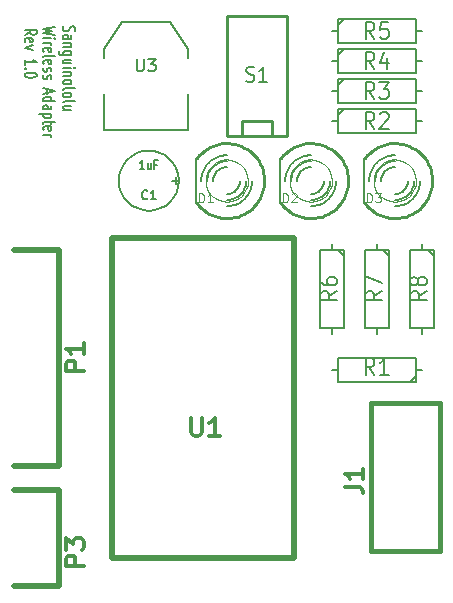
<source format=gto>
G04 (created by PCBNEW-RS274X (2011-nov-30)-testing) date Fri 09 Dec 2011 12:36:33 PM CST*
G01*
G70*
G90*
%MOIN*%
G04 Gerber Fmt 3.4, Leading zero omitted, Abs format*
%FSLAX34Y34*%
G04 APERTURE LIST*
%ADD10C,0.006000*%
%ADD11C,0.008000*%
%ADD12C,0.003000*%
%ADD13C,0.010000*%
%ADD14C,0.005000*%
%ADD15C,0.019700*%
%ADD16C,0.020000*%
%ADD17C,0.015000*%
%ADD18C,0.003500*%
%ADD19C,0.007500*%
%ADD20C,0.012000*%
G04 APERTURE END LIST*
G54D10*
X00558Y-01438D02*
X00749Y-01338D01*
X00558Y-01266D02*
X00958Y-01266D01*
X00958Y-01381D01*
X00939Y-01409D01*
X00920Y-01424D01*
X00882Y-01438D01*
X00825Y-01438D01*
X00787Y-01424D01*
X00768Y-01409D01*
X00749Y-01381D01*
X00749Y-01266D01*
X00577Y-01681D02*
X00558Y-01652D01*
X00558Y-01595D01*
X00577Y-01566D01*
X00615Y-01552D01*
X00768Y-01552D01*
X00806Y-01566D01*
X00825Y-01595D01*
X00825Y-01652D01*
X00806Y-01681D01*
X00768Y-01695D01*
X00730Y-01695D01*
X00691Y-01552D01*
X00825Y-01795D02*
X00558Y-01866D01*
X00825Y-01938D01*
X00558Y-02439D02*
X00558Y-02267D01*
X00558Y-02353D02*
X00958Y-02353D01*
X00901Y-02324D01*
X00863Y-02296D01*
X00844Y-02267D01*
X00596Y-02567D02*
X00577Y-02582D01*
X00558Y-02567D01*
X00577Y-02553D01*
X00596Y-02567D01*
X00558Y-02567D01*
X00958Y-02768D02*
X00958Y-02796D01*
X00939Y-02825D01*
X00920Y-02839D01*
X00882Y-02853D01*
X00806Y-02868D01*
X00710Y-02868D01*
X00634Y-02853D01*
X00596Y-02839D01*
X00577Y-02825D01*
X00558Y-02796D01*
X00558Y-02768D01*
X00577Y-02739D01*
X00596Y-02725D01*
X00634Y-02710D01*
X00710Y-02696D01*
X00806Y-02696D01*
X00882Y-02710D01*
X00920Y-02725D01*
X00939Y-02739D01*
X00958Y-02768D01*
X01588Y-01182D02*
X01188Y-01253D01*
X01474Y-01310D01*
X01188Y-01368D01*
X01588Y-01439D01*
X01188Y-01553D02*
X01455Y-01553D01*
X01588Y-01553D02*
X01569Y-01539D01*
X01550Y-01553D01*
X01569Y-01568D01*
X01588Y-01553D01*
X01550Y-01553D01*
X01188Y-01696D02*
X01455Y-01696D01*
X01379Y-01696D02*
X01417Y-01711D01*
X01436Y-01725D01*
X01455Y-01754D01*
X01455Y-01782D01*
X01207Y-01997D02*
X01188Y-01968D01*
X01188Y-01911D01*
X01207Y-01882D01*
X01245Y-01868D01*
X01398Y-01868D01*
X01436Y-01882D01*
X01455Y-01911D01*
X01455Y-01968D01*
X01436Y-01997D01*
X01398Y-02011D01*
X01360Y-02011D01*
X01321Y-01868D01*
X01188Y-02182D02*
X01207Y-02154D01*
X01245Y-02139D01*
X01588Y-02139D01*
X01207Y-02411D02*
X01188Y-02382D01*
X01188Y-02325D01*
X01207Y-02296D01*
X01245Y-02282D01*
X01398Y-02282D01*
X01436Y-02296D01*
X01455Y-02325D01*
X01455Y-02382D01*
X01436Y-02411D01*
X01398Y-02425D01*
X01360Y-02425D01*
X01321Y-02282D01*
X01207Y-02539D02*
X01188Y-02568D01*
X01188Y-02625D01*
X01207Y-02653D01*
X01245Y-02668D01*
X01264Y-02668D01*
X01302Y-02653D01*
X01321Y-02625D01*
X01321Y-02582D01*
X01340Y-02553D01*
X01379Y-02539D01*
X01398Y-02539D01*
X01436Y-02553D01*
X01455Y-02582D01*
X01455Y-02625D01*
X01436Y-02653D01*
X01207Y-02782D02*
X01188Y-02811D01*
X01188Y-02868D01*
X01207Y-02896D01*
X01245Y-02911D01*
X01264Y-02911D01*
X01302Y-02896D01*
X01321Y-02868D01*
X01321Y-02825D01*
X01340Y-02796D01*
X01379Y-02782D01*
X01398Y-02782D01*
X01436Y-02796D01*
X01455Y-02825D01*
X01455Y-02868D01*
X01436Y-02896D01*
X01302Y-03254D02*
X01302Y-03397D01*
X01188Y-03226D02*
X01588Y-03326D01*
X01188Y-03426D01*
X01188Y-03654D02*
X01588Y-03654D01*
X01207Y-03654D02*
X01188Y-03625D01*
X01188Y-03568D01*
X01207Y-03540D01*
X01226Y-03525D01*
X01264Y-03511D01*
X01379Y-03511D01*
X01417Y-03525D01*
X01436Y-03540D01*
X01455Y-03568D01*
X01455Y-03625D01*
X01436Y-03654D01*
X01188Y-03925D02*
X01398Y-03925D01*
X01436Y-03911D01*
X01455Y-03882D01*
X01455Y-03825D01*
X01436Y-03796D01*
X01207Y-03925D02*
X01188Y-03896D01*
X01188Y-03825D01*
X01207Y-03796D01*
X01245Y-03782D01*
X01283Y-03782D01*
X01321Y-03796D01*
X01340Y-03825D01*
X01340Y-03896D01*
X01360Y-03925D01*
X01455Y-04067D02*
X01055Y-04067D01*
X01436Y-04067D02*
X01455Y-04096D01*
X01455Y-04153D01*
X01436Y-04182D01*
X01417Y-04196D01*
X01379Y-04210D01*
X01264Y-04210D01*
X01226Y-04196D01*
X01207Y-04182D01*
X01188Y-04153D01*
X01188Y-04096D01*
X01207Y-04067D01*
X01455Y-04296D02*
X01455Y-04410D01*
X01588Y-04338D02*
X01245Y-04338D01*
X01207Y-04353D01*
X01188Y-04381D01*
X01188Y-04410D01*
X01207Y-04624D02*
X01188Y-04595D01*
X01188Y-04538D01*
X01207Y-04509D01*
X01245Y-04495D01*
X01398Y-04495D01*
X01436Y-04509D01*
X01455Y-04538D01*
X01455Y-04595D01*
X01436Y-04624D01*
X01398Y-04638D01*
X01360Y-04638D01*
X01321Y-04495D01*
X01188Y-04766D02*
X01455Y-04766D01*
X01379Y-04766D02*
X01417Y-04781D01*
X01436Y-04795D01*
X01455Y-04824D01*
X01455Y-04852D01*
X01867Y-01152D02*
X01848Y-01195D01*
X01848Y-01266D01*
X01867Y-01295D01*
X01886Y-01309D01*
X01924Y-01324D01*
X01962Y-01324D01*
X02000Y-01309D01*
X02020Y-01295D01*
X02039Y-01266D01*
X02058Y-01209D01*
X02077Y-01181D01*
X02096Y-01166D01*
X02134Y-01152D01*
X02172Y-01152D01*
X02210Y-01166D01*
X02229Y-01181D01*
X02248Y-01209D01*
X02248Y-01281D01*
X02229Y-01324D01*
X01848Y-01581D02*
X02058Y-01581D01*
X02096Y-01567D01*
X02115Y-01538D01*
X02115Y-01481D01*
X02096Y-01452D01*
X01867Y-01581D02*
X01848Y-01552D01*
X01848Y-01481D01*
X01867Y-01452D01*
X01905Y-01438D01*
X01943Y-01438D01*
X01981Y-01452D01*
X02000Y-01481D01*
X02000Y-01552D01*
X02020Y-01581D01*
X02115Y-01723D02*
X01848Y-01723D01*
X02077Y-01723D02*
X02096Y-01738D01*
X02115Y-01766D01*
X02115Y-01809D01*
X02096Y-01838D01*
X02058Y-01852D01*
X01848Y-01852D01*
X02115Y-02123D02*
X01791Y-02123D01*
X01753Y-02109D01*
X01734Y-02094D01*
X01715Y-02066D01*
X01715Y-02023D01*
X01734Y-01994D01*
X01867Y-02123D02*
X01848Y-02094D01*
X01848Y-02037D01*
X01867Y-02009D01*
X01886Y-01994D01*
X01924Y-01980D01*
X02039Y-01980D01*
X02077Y-01994D01*
X02096Y-02009D01*
X02115Y-02037D01*
X02115Y-02094D01*
X02096Y-02123D01*
X02115Y-02394D02*
X01848Y-02394D01*
X02115Y-02265D02*
X01905Y-02265D01*
X01867Y-02280D01*
X01848Y-02308D01*
X01848Y-02351D01*
X01867Y-02380D01*
X01886Y-02394D01*
X01848Y-02536D02*
X02115Y-02536D01*
X02248Y-02536D02*
X02229Y-02522D01*
X02210Y-02536D01*
X02229Y-02551D01*
X02248Y-02536D01*
X02210Y-02536D01*
X02115Y-02679D02*
X01848Y-02679D01*
X02077Y-02679D02*
X02096Y-02694D01*
X02115Y-02722D01*
X02115Y-02765D01*
X02096Y-02794D01*
X02058Y-02808D01*
X01848Y-02808D01*
X01848Y-02993D02*
X01867Y-02965D01*
X01886Y-02950D01*
X01924Y-02936D01*
X02039Y-02936D01*
X02077Y-02950D01*
X02096Y-02965D01*
X02115Y-02993D01*
X02115Y-03036D01*
X02096Y-03065D01*
X02077Y-03079D01*
X02039Y-03093D01*
X01924Y-03093D01*
X01886Y-03079D01*
X01867Y-03065D01*
X01848Y-03036D01*
X01848Y-02993D01*
X01848Y-03264D02*
X01867Y-03236D01*
X01905Y-03221D01*
X02248Y-03221D01*
X01848Y-03421D02*
X01867Y-03393D01*
X01886Y-03378D01*
X01924Y-03364D01*
X02039Y-03364D01*
X02077Y-03378D01*
X02096Y-03393D01*
X02115Y-03421D01*
X02115Y-03464D01*
X02096Y-03493D01*
X02077Y-03507D01*
X02039Y-03521D01*
X01924Y-03521D01*
X01886Y-03507D01*
X01867Y-03493D01*
X01848Y-03464D01*
X01848Y-03421D01*
X01848Y-03692D02*
X01867Y-03664D01*
X01905Y-03649D01*
X02248Y-03649D01*
X02115Y-03935D02*
X01848Y-03935D01*
X02115Y-03806D02*
X01905Y-03806D01*
X01867Y-03821D01*
X01848Y-03849D01*
X01848Y-03892D01*
X01867Y-03921D01*
X01886Y-03935D01*
G54D11*
X10800Y-01300D02*
X11000Y-01300D01*
X13800Y-01300D02*
X13600Y-01300D01*
X13600Y-01300D02*
X13600Y-00900D01*
X13600Y-00900D02*
X11000Y-00900D01*
X11000Y-00900D02*
X11000Y-01700D01*
X11000Y-01700D02*
X13600Y-01700D01*
X13600Y-01700D02*
X13600Y-01300D01*
X11000Y-01100D02*
X11200Y-00900D01*
X03200Y-03400D02*
X03200Y-04600D01*
X03200Y-04600D02*
X06000Y-04600D01*
X06000Y-04600D02*
X06000Y-03400D01*
X03200Y-02200D02*
X03200Y-01900D01*
X03200Y-01900D02*
X03800Y-01000D01*
X03800Y-01000D02*
X05400Y-01000D01*
X05400Y-01000D02*
X06000Y-01900D01*
X06000Y-01900D02*
X06000Y-02200D01*
X10800Y-04300D02*
X11000Y-04300D01*
X13800Y-04300D02*
X13600Y-04300D01*
X13600Y-04300D02*
X13600Y-03900D01*
X13600Y-03900D02*
X11000Y-03900D01*
X11000Y-03900D02*
X11000Y-04700D01*
X11000Y-04700D02*
X13600Y-04700D01*
X13600Y-04700D02*
X13600Y-04300D01*
X11000Y-04100D02*
X11200Y-03900D01*
X13800Y-08400D02*
X13800Y-08600D01*
X13800Y-11400D02*
X13800Y-11200D01*
X13800Y-11200D02*
X14200Y-11200D01*
X14200Y-11200D02*
X14200Y-08600D01*
X14200Y-08600D02*
X13400Y-08600D01*
X13400Y-08600D02*
X13400Y-11200D01*
X13400Y-11200D02*
X13800Y-11200D01*
X14000Y-08600D02*
X14200Y-08800D01*
X12300Y-08400D02*
X12300Y-08600D01*
X12300Y-11400D02*
X12300Y-11200D01*
X12300Y-11200D02*
X12700Y-11200D01*
X12700Y-11200D02*
X12700Y-08600D01*
X12700Y-08600D02*
X11900Y-08600D01*
X11900Y-08600D02*
X11900Y-11200D01*
X11900Y-11200D02*
X12300Y-11200D01*
X12500Y-08600D02*
X12700Y-08800D01*
X10800Y-08400D02*
X10800Y-08600D01*
X10800Y-11400D02*
X10800Y-11200D01*
X10800Y-11200D02*
X11200Y-11200D01*
X11200Y-11200D02*
X11200Y-08600D01*
X11200Y-08600D02*
X10400Y-08600D01*
X10400Y-08600D02*
X10400Y-11200D01*
X10400Y-11200D02*
X10800Y-11200D01*
X11000Y-08600D02*
X11200Y-08800D01*
X10800Y-02300D02*
X11000Y-02300D01*
X13800Y-02300D02*
X13600Y-02300D01*
X13600Y-02300D02*
X13600Y-01900D01*
X13600Y-01900D02*
X11000Y-01900D01*
X11000Y-01900D02*
X11000Y-02700D01*
X11000Y-02700D02*
X13600Y-02700D01*
X13600Y-02700D02*
X13600Y-02300D01*
X11000Y-02100D02*
X11200Y-01900D01*
X10800Y-03300D02*
X11000Y-03300D01*
X13800Y-03300D02*
X13600Y-03300D01*
X13600Y-03300D02*
X13600Y-02900D01*
X13600Y-02900D02*
X11000Y-02900D01*
X11000Y-02900D02*
X11000Y-03700D01*
X11000Y-03700D02*
X13600Y-03700D01*
X13600Y-03700D02*
X13600Y-03300D01*
X11000Y-03100D02*
X11200Y-02900D01*
X13800Y-12600D02*
X13600Y-12600D01*
X10800Y-12600D02*
X11000Y-12600D01*
X11000Y-12600D02*
X11000Y-13000D01*
X11000Y-13000D02*
X13600Y-13000D01*
X13600Y-13000D02*
X13600Y-12200D01*
X13600Y-12200D02*
X11000Y-12200D01*
X11000Y-12200D02*
X11000Y-12600D01*
X13600Y-12800D02*
X13400Y-13000D01*
X11880Y-05550D02*
X11880Y-07050D01*
G54D12*
X13607Y-06300D02*
X13593Y-06437D01*
X13553Y-06569D01*
X13488Y-06691D01*
X13401Y-06798D01*
X13295Y-06886D01*
X13173Y-06951D01*
X13042Y-06992D01*
X12904Y-07006D01*
X12768Y-06994D01*
X12636Y-06955D01*
X12513Y-06891D01*
X12406Y-06805D01*
X12317Y-06699D01*
X12251Y-06578D01*
X12209Y-06446D01*
X12194Y-06309D01*
X12205Y-06173D01*
X12243Y-06040D01*
X12306Y-05918D01*
X12392Y-05809D01*
X12497Y-05720D01*
X12617Y-05653D01*
X12749Y-05610D01*
X12886Y-05594D01*
X13022Y-05604D01*
X13155Y-05641D01*
X13278Y-05704D01*
X13387Y-05789D01*
X13477Y-05893D01*
X13545Y-06013D01*
X13589Y-06144D01*
X13606Y-06281D01*
X13607Y-06300D01*
G54D13*
X11901Y-07050D02*
X11970Y-07134D01*
X12046Y-07212D01*
X12129Y-07283D01*
X12218Y-07347D01*
X12312Y-07402D01*
X12410Y-07449D01*
X12512Y-07488D01*
X12617Y-07517D01*
X12724Y-07537D01*
X12833Y-07548D01*
X12941Y-07549D01*
X13050Y-07540D01*
X13157Y-07523D01*
X13263Y-07496D01*
X13366Y-07459D01*
X13465Y-07414D01*
X13560Y-07361D01*
X13650Y-07299D01*
X13734Y-07230D01*
X13812Y-07154D01*
X13883Y-07071D01*
X13947Y-06982D01*
X14002Y-06888D01*
X14049Y-06790D01*
X14088Y-06688D01*
X14117Y-06583D01*
X14137Y-06476D01*
X14148Y-06367D01*
X14149Y-06259D01*
X14140Y-06150D01*
X14123Y-06043D01*
X14096Y-05937D01*
X14059Y-05834D01*
X14014Y-05735D01*
X13961Y-05640D01*
X13899Y-05550D01*
X13830Y-05466D01*
X13754Y-05388D01*
X13671Y-05317D01*
X13582Y-05253D01*
X13488Y-05198D01*
X13390Y-05151D01*
X13288Y-05112D01*
X13183Y-05083D01*
X13076Y-05063D01*
X12967Y-05052D01*
X12859Y-05051D01*
X12750Y-05060D01*
X12643Y-05077D01*
X12537Y-05104D01*
X12434Y-05141D01*
X12335Y-05186D01*
X12240Y-05239D01*
X12150Y-05301D01*
X12066Y-05370D01*
X11988Y-05446D01*
X11917Y-05529D01*
X11901Y-05550D01*
G54D10*
X12900Y-06750D02*
X12939Y-06748D01*
X12978Y-06743D01*
X13016Y-06734D01*
X13053Y-06722D01*
X13090Y-06707D01*
X13125Y-06689D01*
X13158Y-06668D01*
X13189Y-06644D01*
X13218Y-06618D01*
X13244Y-06589D01*
X13268Y-06558D01*
X13289Y-06524D01*
X13307Y-06490D01*
X13322Y-06453D01*
X13334Y-06416D01*
X13343Y-06378D01*
X13348Y-06339D01*
X13350Y-06300D01*
X12900Y-05850D02*
X12861Y-05852D01*
X12822Y-05857D01*
X12784Y-05866D01*
X12747Y-05878D01*
X12710Y-05893D01*
X12676Y-05911D01*
X12642Y-05932D01*
X12611Y-05956D01*
X12582Y-05982D01*
X12556Y-06011D01*
X12532Y-06042D01*
X12511Y-06076D01*
X12493Y-06110D01*
X12478Y-06147D01*
X12466Y-06184D01*
X12457Y-06222D01*
X12452Y-06261D01*
X12450Y-06300D01*
X12900Y-06950D02*
X12956Y-06947D01*
X13012Y-06940D01*
X13068Y-06927D01*
X13122Y-06910D01*
X13174Y-06889D01*
X13225Y-06862D01*
X13272Y-06832D01*
X13317Y-06797D01*
X13359Y-06759D01*
X13397Y-06717D01*
X13432Y-06672D01*
X13462Y-06624D01*
X13489Y-06574D01*
X13510Y-06522D01*
X13527Y-06468D01*
X13540Y-06412D01*
X13547Y-06356D01*
X13550Y-06300D01*
X12900Y-05650D02*
X12844Y-05653D01*
X12788Y-05660D01*
X12732Y-05673D01*
X12678Y-05690D01*
X12626Y-05711D01*
X12576Y-05738D01*
X12528Y-05768D01*
X12483Y-05803D01*
X12441Y-05841D01*
X12403Y-05883D01*
X12368Y-05928D01*
X12338Y-05976D01*
X12311Y-06026D01*
X12290Y-06078D01*
X12273Y-06132D01*
X12260Y-06188D01*
X12253Y-06244D01*
X12250Y-06300D01*
X12900Y-07150D02*
X12974Y-07146D01*
X13047Y-07137D01*
X13119Y-07121D01*
X13190Y-07098D01*
X13259Y-07070D01*
X13325Y-07036D01*
X13387Y-06996D01*
X13446Y-06951D01*
X13501Y-06901D01*
X13551Y-06846D01*
X13596Y-06787D01*
X13636Y-06724D01*
X13670Y-06659D01*
X13698Y-06590D01*
X13721Y-06519D01*
X13737Y-06447D01*
X13746Y-06374D01*
X13750Y-06300D01*
X12900Y-05450D02*
X12826Y-05454D01*
X12753Y-05463D01*
X12681Y-05479D01*
X12610Y-05502D01*
X12541Y-05530D01*
X12476Y-05564D01*
X12413Y-05604D01*
X12354Y-05649D01*
X12299Y-05699D01*
X12249Y-05754D01*
X12204Y-05813D01*
X12164Y-05876D01*
X12130Y-05941D01*
X12102Y-06010D01*
X12079Y-06081D01*
X12063Y-06153D01*
X12054Y-06226D01*
X12050Y-06300D01*
G54D11*
X09080Y-05550D02*
X09080Y-07050D01*
G54D12*
X10807Y-06300D02*
X10793Y-06437D01*
X10753Y-06569D01*
X10688Y-06691D01*
X10601Y-06798D01*
X10495Y-06886D01*
X10373Y-06951D01*
X10242Y-06992D01*
X10104Y-07006D01*
X09968Y-06994D01*
X09836Y-06955D01*
X09713Y-06891D01*
X09606Y-06805D01*
X09517Y-06699D01*
X09451Y-06578D01*
X09409Y-06446D01*
X09394Y-06309D01*
X09405Y-06173D01*
X09443Y-06040D01*
X09506Y-05918D01*
X09592Y-05809D01*
X09697Y-05720D01*
X09817Y-05653D01*
X09949Y-05610D01*
X10086Y-05594D01*
X10222Y-05604D01*
X10355Y-05641D01*
X10478Y-05704D01*
X10587Y-05789D01*
X10677Y-05893D01*
X10745Y-06013D01*
X10789Y-06144D01*
X10806Y-06281D01*
X10807Y-06300D01*
G54D13*
X09101Y-07050D02*
X09170Y-07134D01*
X09246Y-07212D01*
X09329Y-07283D01*
X09418Y-07347D01*
X09512Y-07402D01*
X09610Y-07449D01*
X09712Y-07488D01*
X09817Y-07517D01*
X09924Y-07537D01*
X10033Y-07548D01*
X10141Y-07549D01*
X10250Y-07540D01*
X10357Y-07523D01*
X10463Y-07496D01*
X10566Y-07459D01*
X10665Y-07414D01*
X10760Y-07361D01*
X10850Y-07299D01*
X10934Y-07230D01*
X11012Y-07154D01*
X11083Y-07071D01*
X11147Y-06982D01*
X11202Y-06888D01*
X11249Y-06790D01*
X11288Y-06688D01*
X11317Y-06583D01*
X11337Y-06476D01*
X11348Y-06367D01*
X11349Y-06259D01*
X11340Y-06150D01*
X11323Y-06043D01*
X11296Y-05937D01*
X11259Y-05834D01*
X11214Y-05735D01*
X11161Y-05640D01*
X11099Y-05550D01*
X11030Y-05466D01*
X10954Y-05388D01*
X10871Y-05317D01*
X10782Y-05253D01*
X10688Y-05198D01*
X10590Y-05151D01*
X10488Y-05112D01*
X10383Y-05083D01*
X10276Y-05063D01*
X10167Y-05052D01*
X10059Y-05051D01*
X09950Y-05060D01*
X09843Y-05077D01*
X09737Y-05104D01*
X09634Y-05141D01*
X09535Y-05186D01*
X09440Y-05239D01*
X09350Y-05301D01*
X09266Y-05370D01*
X09188Y-05446D01*
X09117Y-05529D01*
X09101Y-05550D01*
G54D10*
X10100Y-06750D02*
X10139Y-06748D01*
X10178Y-06743D01*
X10216Y-06734D01*
X10253Y-06722D01*
X10290Y-06707D01*
X10325Y-06689D01*
X10358Y-06668D01*
X10389Y-06644D01*
X10418Y-06618D01*
X10444Y-06589D01*
X10468Y-06558D01*
X10489Y-06524D01*
X10507Y-06490D01*
X10522Y-06453D01*
X10534Y-06416D01*
X10543Y-06378D01*
X10548Y-06339D01*
X10550Y-06300D01*
X10100Y-05850D02*
X10061Y-05852D01*
X10022Y-05857D01*
X09984Y-05866D01*
X09947Y-05878D01*
X09910Y-05893D01*
X09876Y-05911D01*
X09842Y-05932D01*
X09811Y-05956D01*
X09782Y-05982D01*
X09756Y-06011D01*
X09732Y-06042D01*
X09711Y-06076D01*
X09693Y-06110D01*
X09678Y-06147D01*
X09666Y-06184D01*
X09657Y-06222D01*
X09652Y-06261D01*
X09650Y-06300D01*
X10100Y-06950D02*
X10156Y-06947D01*
X10212Y-06940D01*
X10268Y-06927D01*
X10322Y-06910D01*
X10374Y-06889D01*
X10425Y-06862D01*
X10472Y-06832D01*
X10517Y-06797D01*
X10559Y-06759D01*
X10597Y-06717D01*
X10632Y-06672D01*
X10662Y-06624D01*
X10689Y-06574D01*
X10710Y-06522D01*
X10727Y-06468D01*
X10740Y-06412D01*
X10747Y-06356D01*
X10750Y-06300D01*
X10100Y-05650D02*
X10044Y-05653D01*
X09988Y-05660D01*
X09932Y-05673D01*
X09878Y-05690D01*
X09826Y-05711D01*
X09776Y-05738D01*
X09728Y-05768D01*
X09683Y-05803D01*
X09641Y-05841D01*
X09603Y-05883D01*
X09568Y-05928D01*
X09538Y-05976D01*
X09511Y-06026D01*
X09490Y-06078D01*
X09473Y-06132D01*
X09460Y-06188D01*
X09453Y-06244D01*
X09450Y-06300D01*
X10100Y-07150D02*
X10174Y-07146D01*
X10247Y-07137D01*
X10319Y-07121D01*
X10390Y-07098D01*
X10459Y-07070D01*
X10525Y-07036D01*
X10587Y-06996D01*
X10646Y-06951D01*
X10701Y-06901D01*
X10751Y-06846D01*
X10796Y-06787D01*
X10836Y-06724D01*
X10870Y-06659D01*
X10898Y-06590D01*
X10921Y-06519D01*
X10937Y-06447D01*
X10946Y-06374D01*
X10950Y-06300D01*
X10100Y-05450D02*
X10026Y-05454D01*
X09953Y-05463D01*
X09881Y-05479D01*
X09810Y-05502D01*
X09741Y-05530D01*
X09676Y-05564D01*
X09613Y-05604D01*
X09554Y-05649D01*
X09499Y-05699D01*
X09449Y-05754D01*
X09404Y-05813D01*
X09364Y-05876D01*
X09330Y-05941D01*
X09302Y-06010D01*
X09279Y-06081D01*
X09263Y-06153D01*
X09254Y-06226D01*
X09250Y-06300D01*
G54D11*
X06280Y-05550D02*
X06280Y-07050D01*
G54D12*
X08007Y-06300D02*
X07993Y-06437D01*
X07953Y-06569D01*
X07888Y-06691D01*
X07801Y-06798D01*
X07695Y-06886D01*
X07573Y-06951D01*
X07442Y-06992D01*
X07304Y-07006D01*
X07168Y-06994D01*
X07036Y-06955D01*
X06913Y-06891D01*
X06806Y-06805D01*
X06717Y-06699D01*
X06651Y-06578D01*
X06609Y-06446D01*
X06594Y-06309D01*
X06605Y-06173D01*
X06643Y-06040D01*
X06706Y-05918D01*
X06792Y-05809D01*
X06897Y-05720D01*
X07017Y-05653D01*
X07149Y-05610D01*
X07286Y-05594D01*
X07422Y-05604D01*
X07555Y-05641D01*
X07678Y-05704D01*
X07787Y-05789D01*
X07877Y-05893D01*
X07945Y-06013D01*
X07989Y-06144D01*
X08006Y-06281D01*
X08007Y-06300D01*
G54D13*
X06301Y-07050D02*
X06370Y-07134D01*
X06446Y-07212D01*
X06529Y-07283D01*
X06618Y-07347D01*
X06712Y-07402D01*
X06810Y-07449D01*
X06912Y-07488D01*
X07017Y-07517D01*
X07124Y-07537D01*
X07233Y-07548D01*
X07341Y-07549D01*
X07450Y-07540D01*
X07557Y-07523D01*
X07663Y-07496D01*
X07766Y-07459D01*
X07865Y-07414D01*
X07960Y-07361D01*
X08050Y-07299D01*
X08134Y-07230D01*
X08212Y-07154D01*
X08283Y-07071D01*
X08347Y-06982D01*
X08402Y-06888D01*
X08449Y-06790D01*
X08488Y-06688D01*
X08517Y-06583D01*
X08537Y-06476D01*
X08548Y-06367D01*
X08549Y-06259D01*
X08540Y-06150D01*
X08523Y-06043D01*
X08496Y-05937D01*
X08459Y-05834D01*
X08414Y-05735D01*
X08361Y-05640D01*
X08299Y-05550D01*
X08230Y-05466D01*
X08154Y-05388D01*
X08071Y-05317D01*
X07982Y-05253D01*
X07888Y-05198D01*
X07790Y-05151D01*
X07688Y-05112D01*
X07583Y-05083D01*
X07476Y-05063D01*
X07367Y-05052D01*
X07259Y-05051D01*
X07150Y-05060D01*
X07043Y-05077D01*
X06937Y-05104D01*
X06834Y-05141D01*
X06735Y-05186D01*
X06640Y-05239D01*
X06550Y-05301D01*
X06466Y-05370D01*
X06388Y-05446D01*
X06317Y-05529D01*
X06301Y-05550D01*
G54D10*
X07300Y-06750D02*
X07339Y-06748D01*
X07378Y-06743D01*
X07416Y-06734D01*
X07453Y-06722D01*
X07490Y-06707D01*
X07525Y-06689D01*
X07558Y-06668D01*
X07589Y-06644D01*
X07618Y-06618D01*
X07644Y-06589D01*
X07668Y-06558D01*
X07689Y-06524D01*
X07707Y-06490D01*
X07722Y-06453D01*
X07734Y-06416D01*
X07743Y-06378D01*
X07748Y-06339D01*
X07750Y-06300D01*
X07300Y-05850D02*
X07261Y-05852D01*
X07222Y-05857D01*
X07184Y-05866D01*
X07147Y-05878D01*
X07110Y-05893D01*
X07076Y-05911D01*
X07042Y-05932D01*
X07011Y-05956D01*
X06982Y-05982D01*
X06956Y-06011D01*
X06932Y-06042D01*
X06911Y-06076D01*
X06893Y-06110D01*
X06878Y-06147D01*
X06866Y-06184D01*
X06857Y-06222D01*
X06852Y-06261D01*
X06850Y-06300D01*
X07300Y-06950D02*
X07356Y-06947D01*
X07412Y-06940D01*
X07468Y-06927D01*
X07522Y-06910D01*
X07574Y-06889D01*
X07625Y-06862D01*
X07672Y-06832D01*
X07717Y-06797D01*
X07759Y-06759D01*
X07797Y-06717D01*
X07832Y-06672D01*
X07862Y-06624D01*
X07889Y-06574D01*
X07910Y-06522D01*
X07927Y-06468D01*
X07940Y-06412D01*
X07947Y-06356D01*
X07950Y-06300D01*
X07300Y-05650D02*
X07244Y-05653D01*
X07188Y-05660D01*
X07132Y-05673D01*
X07078Y-05690D01*
X07026Y-05711D01*
X06976Y-05738D01*
X06928Y-05768D01*
X06883Y-05803D01*
X06841Y-05841D01*
X06803Y-05883D01*
X06768Y-05928D01*
X06738Y-05976D01*
X06711Y-06026D01*
X06690Y-06078D01*
X06673Y-06132D01*
X06660Y-06188D01*
X06653Y-06244D01*
X06650Y-06300D01*
X07300Y-07150D02*
X07374Y-07146D01*
X07447Y-07137D01*
X07519Y-07121D01*
X07590Y-07098D01*
X07659Y-07070D01*
X07725Y-07036D01*
X07787Y-06996D01*
X07846Y-06951D01*
X07901Y-06901D01*
X07951Y-06846D01*
X07996Y-06787D01*
X08036Y-06724D01*
X08070Y-06659D01*
X08098Y-06590D01*
X08121Y-06519D01*
X08137Y-06447D01*
X08146Y-06374D01*
X08150Y-06300D01*
X07300Y-05450D02*
X07226Y-05454D01*
X07153Y-05463D01*
X07081Y-05479D01*
X07010Y-05502D01*
X06941Y-05530D01*
X06876Y-05564D01*
X06813Y-05604D01*
X06754Y-05649D01*
X06699Y-05699D01*
X06649Y-05754D01*
X06604Y-05813D01*
X06564Y-05876D01*
X06530Y-05941D01*
X06502Y-06010D01*
X06479Y-06081D01*
X06463Y-06153D01*
X06454Y-06226D01*
X06450Y-06300D01*
G54D13*
X07800Y-04800D02*
X07800Y-04300D01*
X07800Y-04300D02*
X08800Y-04300D01*
X08800Y-04300D02*
X08800Y-04800D01*
X07300Y-04800D02*
X07300Y-00800D01*
X07300Y-00800D02*
X09300Y-00800D01*
X09300Y-00800D02*
X09300Y-04800D01*
X09300Y-04800D02*
X07300Y-04800D01*
G54D14*
X05701Y-06300D02*
X05681Y-06494D01*
X05625Y-06681D01*
X05533Y-06853D01*
X05410Y-07005D01*
X05259Y-07129D01*
X05087Y-07222D01*
X04901Y-07280D01*
X04706Y-07300D01*
X04513Y-07283D01*
X04326Y-07228D01*
X04152Y-07137D01*
X04000Y-07015D01*
X03875Y-06865D01*
X03780Y-06694D01*
X03721Y-06508D01*
X03700Y-06313D01*
X03716Y-06120D01*
X03770Y-05932D01*
X03859Y-05758D01*
X03980Y-05605D01*
X04129Y-05479D01*
X04300Y-05383D01*
X04486Y-05323D01*
X04680Y-05300D01*
X04873Y-05315D01*
X05061Y-05367D01*
X05236Y-05455D01*
X05390Y-05576D01*
X05517Y-05723D01*
X05614Y-05893D01*
X05676Y-06079D01*
X05700Y-06273D01*
X05701Y-06300D01*
G54D15*
X03467Y-08223D02*
X09530Y-08223D01*
X09530Y-08223D02*
X09530Y-18892D01*
X09530Y-18892D02*
X03467Y-18892D01*
X03467Y-18892D02*
X03467Y-08223D01*
G54D16*
X00200Y-08600D02*
X01700Y-08600D01*
X01700Y-08600D02*
X01700Y-15800D01*
X01700Y-15800D02*
X00200Y-15800D01*
X00200Y-16600D02*
X01700Y-16600D01*
X01700Y-16600D02*
X01700Y-19800D01*
X01700Y-19800D02*
X00200Y-19800D01*
G54D17*
X12122Y-18658D02*
X12122Y-13706D01*
X12122Y-13706D02*
X14398Y-13706D01*
X14398Y-13706D02*
X14398Y-18658D01*
X14398Y-18658D02*
X12122Y-18658D01*
G54D11*
X12217Y-01573D02*
X12050Y-01311D01*
X11931Y-01573D02*
X11931Y-01023D01*
X12122Y-01023D01*
X12169Y-01049D01*
X12193Y-01075D01*
X12217Y-01127D01*
X12217Y-01206D01*
X12193Y-01258D01*
X12169Y-01285D01*
X12122Y-01311D01*
X11931Y-01311D01*
X12669Y-01023D02*
X12431Y-01023D01*
X12407Y-01285D01*
X12431Y-01258D01*
X12479Y-01232D01*
X12598Y-01232D01*
X12645Y-01258D01*
X12669Y-01285D01*
X12693Y-01337D01*
X12693Y-01468D01*
X12669Y-01520D01*
X12645Y-01546D01*
X12598Y-01573D01*
X12479Y-01573D01*
X12431Y-01546D01*
X12407Y-01520D01*
X04295Y-02262D02*
X04295Y-02586D01*
X04314Y-02624D01*
X04333Y-02643D01*
X04371Y-02662D01*
X04448Y-02662D01*
X04486Y-02643D01*
X04505Y-02624D01*
X04524Y-02586D01*
X04524Y-02262D01*
X04676Y-02262D02*
X04924Y-02262D01*
X04790Y-02414D01*
X04848Y-02414D01*
X04886Y-02433D01*
X04905Y-02452D01*
X04924Y-02490D01*
X04924Y-02586D01*
X04905Y-02624D01*
X04886Y-02643D01*
X04848Y-02662D01*
X04733Y-02662D01*
X04695Y-02643D01*
X04676Y-02624D01*
X12217Y-04573D02*
X12050Y-04311D01*
X11931Y-04573D02*
X11931Y-04023D01*
X12122Y-04023D01*
X12169Y-04049D01*
X12193Y-04075D01*
X12217Y-04127D01*
X12217Y-04206D01*
X12193Y-04258D01*
X12169Y-04285D01*
X12122Y-04311D01*
X11931Y-04311D01*
X12407Y-04075D02*
X12431Y-04049D01*
X12479Y-04023D01*
X12598Y-04023D01*
X12645Y-04049D01*
X12669Y-04075D01*
X12693Y-04127D01*
X12693Y-04180D01*
X12669Y-04258D01*
X12383Y-04573D01*
X12693Y-04573D01*
X13973Y-09983D02*
X13711Y-10150D01*
X13973Y-10269D02*
X13423Y-10269D01*
X13423Y-10078D01*
X13449Y-10031D01*
X13475Y-10007D01*
X13527Y-09983D01*
X13606Y-09983D01*
X13658Y-10007D01*
X13685Y-10031D01*
X13711Y-10078D01*
X13711Y-10269D01*
X13658Y-09698D02*
X13632Y-09745D01*
X13606Y-09769D01*
X13554Y-09793D01*
X13527Y-09793D01*
X13475Y-09769D01*
X13449Y-09745D01*
X13423Y-09698D01*
X13423Y-09602D01*
X13449Y-09555D01*
X13475Y-09531D01*
X13527Y-09507D01*
X13554Y-09507D01*
X13606Y-09531D01*
X13632Y-09555D01*
X13658Y-09602D01*
X13658Y-09698D01*
X13685Y-09745D01*
X13711Y-09769D01*
X13763Y-09793D01*
X13868Y-09793D01*
X13920Y-09769D01*
X13946Y-09745D01*
X13973Y-09698D01*
X13973Y-09602D01*
X13946Y-09555D01*
X13920Y-09531D01*
X13868Y-09507D01*
X13763Y-09507D01*
X13711Y-09531D01*
X13685Y-09555D01*
X13658Y-09602D01*
X12473Y-09983D02*
X12211Y-10150D01*
X12473Y-10269D02*
X11923Y-10269D01*
X11923Y-10078D01*
X11949Y-10031D01*
X11975Y-10007D01*
X12027Y-09983D01*
X12106Y-09983D01*
X12158Y-10007D01*
X12185Y-10031D01*
X12211Y-10078D01*
X12211Y-10269D01*
X11923Y-09817D02*
X11923Y-09483D01*
X12473Y-09698D01*
X10973Y-09983D02*
X10711Y-10150D01*
X10973Y-10269D02*
X10423Y-10269D01*
X10423Y-10078D01*
X10449Y-10031D01*
X10475Y-10007D01*
X10527Y-09983D01*
X10606Y-09983D01*
X10658Y-10007D01*
X10685Y-10031D01*
X10711Y-10078D01*
X10711Y-10269D01*
X10423Y-09555D02*
X10423Y-09650D01*
X10449Y-09698D01*
X10475Y-09721D01*
X10554Y-09769D01*
X10658Y-09793D01*
X10868Y-09793D01*
X10920Y-09769D01*
X10946Y-09745D01*
X10973Y-09698D01*
X10973Y-09602D01*
X10946Y-09555D01*
X10920Y-09531D01*
X10868Y-09507D01*
X10737Y-09507D01*
X10685Y-09531D01*
X10658Y-09555D01*
X10632Y-09602D01*
X10632Y-09698D01*
X10658Y-09745D01*
X10685Y-09769D01*
X10737Y-09793D01*
X12217Y-02573D02*
X12050Y-02311D01*
X11931Y-02573D02*
X11931Y-02023D01*
X12122Y-02023D01*
X12169Y-02049D01*
X12193Y-02075D01*
X12217Y-02127D01*
X12217Y-02206D01*
X12193Y-02258D01*
X12169Y-02285D01*
X12122Y-02311D01*
X11931Y-02311D01*
X12645Y-02206D02*
X12645Y-02573D01*
X12526Y-01996D02*
X12407Y-02389D01*
X12717Y-02389D01*
X12217Y-03573D02*
X12050Y-03311D01*
X11931Y-03573D02*
X11931Y-03023D01*
X12122Y-03023D01*
X12169Y-03049D01*
X12193Y-03075D01*
X12217Y-03127D01*
X12217Y-03206D01*
X12193Y-03258D01*
X12169Y-03285D01*
X12122Y-03311D01*
X11931Y-03311D01*
X12383Y-03023D02*
X12693Y-03023D01*
X12526Y-03232D01*
X12598Y-03232D01*
X12645Y-03258D01*
X12669Y-03285D01*
X12693Y-03337D01*
X12693Y-03468D01*
X12669Y-03520D01*
X12645Y-03546D01*
X12598Y-03573D01*
X12455Y-03573D01*
X12407Y-03546D01*
X12383Y-03520D01*
X12217Y-12773D02*
X12050Y-12511D01*
X11931Y-12773D02*
X11931Y-12223D01*
X12122Y-12223D01*
X12169Y-12249D01*
X12193Y-12275D01*
X12217Y-12327D01*
X12217Y-12406D01*
X12193Y-12458D01*
X12169Y-12485D01*
X12122Y-12511D01*
X11931Y-12511D01*
X12693Y-12773D02*
X12407Y-12773D01*
X12550Y-12773D02*
X12550Y-12223D01*
X12502Y-12301D01*
X12455Y-12354D01*
X12407Y-12380D01*
G54D18*
X11978Y-07021D02*
X11978Y-06721D01*
X12050Y-06721D01*
X12093Y-06736D01*
X12121Y-06764D01*
X12136Y-06793D01*
X12150Y-06850D01*
X12150Y-06893D01*
X12136Y-06950D01*
X12121Y-06979D01*
X12093Y-07007D01*
X12050Y-07021D01*
X11978Y-07021D01*
X12250Y-06721D02*
X12436Y-06721D01*
X12336Y-06836D01*
X12378Y-06836D01*
X12407Y-06850D01*
X12421Y-06864D01*
X12436Y-06893D01*
X12436Y-06964D01*
X12421Y-06993D01*
X12407Y-07007D01*
X12378Y-07021D01*
X12293Y-07021D01*
X12264Y-07007D01*
X12250Y-06993D01*
X09178Y-07021D02*
X09178Y-06721D01*
X09250Y-06721D01*
X09293Y-06736D01*
X09321Y-06764D01*
X09336Y-06793D01*
X09350Y-06850D01*
X09350Y-06893D01*
X09336Y-06950D01*
X09321Y-06979D01*
X09293Y-07007D01*
X09250Y-07021D01*
X09178Y-07021D01*
X09464Y-06750D02*
X09478Y-06736D01*
X09507Y-06721D01*
X09578Y-06721D01*
X09607Y-06736D01*
X09621Y-06750D01*
X09636Y-06779D01*
X09636Y-06807D01*
X09621Y-06850D01*
X09450Y-07021D01*
X09636Y-07021D01*
X06378Y-07021D02*
X06378Y-06721D01*
X06450Y-06721D01*
X06493Y-06736D01*
X06521Y-06764D01*
X06536Y-06793D01*
X06550Y-06850D01*
X06550Y-06893D01*
X06536Y-06950D01*
X06521Y-06979D01*
X06493Y-07007D01*
X06450Y-07021D01*
X06378Y-07021D01*
X06836Y-07021D02*
X06664Y-07021D01*
X06750Y-07021D02*
X06750Y-06721D01*
X06721Y-06764D01*
X06693Y-06793D01*
X06664Y-06807D01*
G54D11*
X07957Y-02979D02*
X08021Y-03002D01*
X08128Y-03002D01*
X08171Y-02979D01*
X08192Y-02955D01*
X08214Y-02907D01*
X08214Y-02860D01*
X08192Y-02812D01*
X08171Y-02788D01*
X08128Y-02764D01*
X08042Y-02740D01*
X08000Y-02717D01*
X07978Y-02693D01*
X07957Y-02645D01*
X07957Y-02598D01*
X07978Y-02550D01*
X08000Y-02526D01*
X08042Y-02502D01*
X08150Y-02502D01*
X08214Y-02526D01*
X08643Y-03002D02*
X08386Y-03002D01*
X08514Y-03002D02*
X08514Y-02502D01*
X08471Y-02574D01*
X08429Y-02621D01*
X08386Y-02645D01*
G54D14*
X04650Y-06892D02*
X04636Y-06906D01*
X04593Y-06920D01*
X04564Y-06920D01*
X04521Y-06906D01*
X04493Y-06878D01*
X04478Y-06849D01*
X04464Y-06792D01*
X04464Y-06749D01*
X04478Y-06692D01*
X04493Y-06663D01*
X04521Y-06635D01*
X04564Y-06620D01*
X04593Y-06620D01*
X04636Y-06635D01*
X04650Y-06649D01*
X04936Y-06920D02*
X04764Y-06920D01*
X04850Y-06920D02*
X04850Y-06620D01*
X04821Y-06663D01*
X04793Y-06692D01*
X04764Y-06706D01*
X04551Y-05921D02*
X04409Y-05921D01*
X04480Y-05921D02*
X04480Y-05621D01*
X04456Y-05664D01*
X04432Y-05693D01*
X04409Y-05707D01*
X04766Y-05721D02*
X04766Y-05921D01*
X04659Y-05721D02*
X04659Y-05879D01*
X04670Y-05907D01*
X04694Y-05921D01*
X04730Y-05921D01*
X04754Y-05907D01*
X04766Y-05893D01*
X04968Y-05764D02*
X04885Y-05764D01*
X04885Y-05921D02*
X04885Y-05621D01*
X05004Y-05621D01*
G54D19*
X05486Y-06307D02*
X05715Y-06307D01*
X05601Y-06421D02*
X05601Y-06193D01*
G54D20*
X06120Y-14205D02*
X06120Y-14691D01*
X06148Y-14748D01*
X06177Y-14776D01*
X06234Y-14805D01*
X06348Y-14805D01*
X06406Y-14776D01*
X06434Y-14748D01*
X06463Y-14691D01*
X06463Y-14205D01*
X07063Y-14805D02*
X06720Y-14805D01*
X06892Y-14805D02*
X06892Y-14205D01*
X06835Y-14291D01*
X06777Y-14348D01*
X06720Y-14376D01*
X02543Y-12642D02*
X01943Y-12642D01*
X01943Y-12414D01*
X01971Y-12356D01*
X02000Y-12328D01*
X02057Y-12299D01*
X02143Y-12299D01*
X02200Y-12328D01*
X02229Y-12356D01*
X02257Y-12414D01*
X02257Y-12642D01*
X02543Y-11728D02*
X02543Y-12071D01*
X02543Y-11899D02*
X01943Y-11899D01*
X02029Y-11956D01*
X02086Y-12014D01*
X02114Y-12071D01*
X02543Y-19142D02*
X01943Y-19142D01*
X01943Y-18914D01*
X01971Y-18856D01*
X02000Y-18828D01*
X02057Y-18799D01*
X02143Y-18799D01*
X02200Y-18828D01*
X02229Y-18856D01*
X02257Y-18914D01*
X02257Y-19142D01*
X01943Y-18599D02*
X01943Y-18228D01*
X02171Y-18428D01*
X02171Y-18342D01*
X02200Y-18285D01*
X02229Y-18256D01*
X02286Y-18228D01*
X02429Y-18228D01*
X02486Y-18256D01*
X02514Y-18285D01*
X02543Y-18342D01*
X02543Y-18514D01*
X02514Y-18571D01*
X02486Y-18599D01*
X11243Y-16500D02*
X11671Y-16500D01*
X11757Y-16528D01*
X11814Y-16585D01*
X11843Y-16671D01*
X11843Y-16728D01*
X11843Y-15900D02*
X11843Y-16243D01*
X11843Y-16071D02*
X11243Y-16071D01*
X11329Y-16128D01*
X11386Y-16186D01*
X11414Y-16243D01*
M02*

</source>
